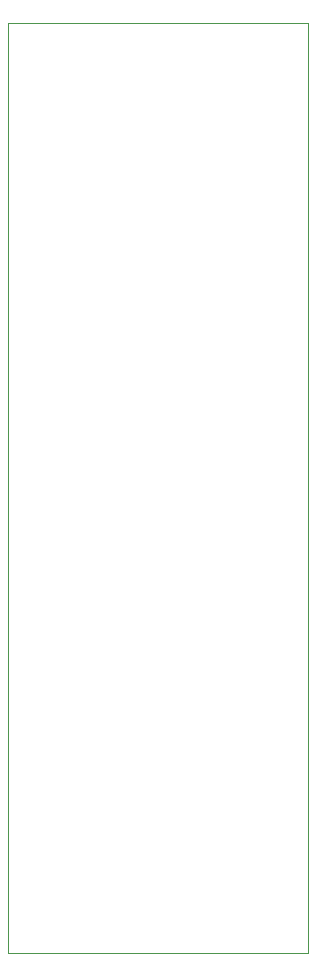
<source format=gbr>
G04 #@! TF.GenerationSoftware,KiCad,Pcbnew,(5.1.6)-1*
G04 #@! TF.CreationDate,2020-07-15T15:37:24+02:00*
G04 #@! TF.ProjectId,PCB_intermedia,5043425f-696e-4746-9572-6d656469612e,rev?*
G04 #@! TF.SameCoordinates,Original*
G04 #@! TF.FileFunction,Profile,NP*
%FSLAX46Y46*%
G04 Gerber Fmt 4.6, Leading zero omitted, Abs format (unit mm)*
G04 Created by KiCad (PCBNEW (5.1.6)-1) date 2020-07-15 15:37:24*
%MOMM*%
%LPD*%
G01*
G04 APERTURE LIST*
G04 #@! TA.AperFunction,Profile*
%ADD10C,0.050000*%
G04 #@! TD*
G04 APERTURE END LIST*
D10*
X119380000Y-137160000D02*
X119380000Y-134620000D01*
X93980000Y-137160000D02*
X119380000Y-137160000D01*
X93980000Y-134620000D02*
X93980000Y-137160000D01*
X119380000Y-58420000D02*
X119380000Y-134620000D01*
X116840000Y-58420000D02*
X119380000Y-58420000D01*
X93980000Y-58420000D02*
X116840000Y-58420000D01*
X93980000Y-134620000D02*
X93980000Y-58420000D01*
M02*

</source>
